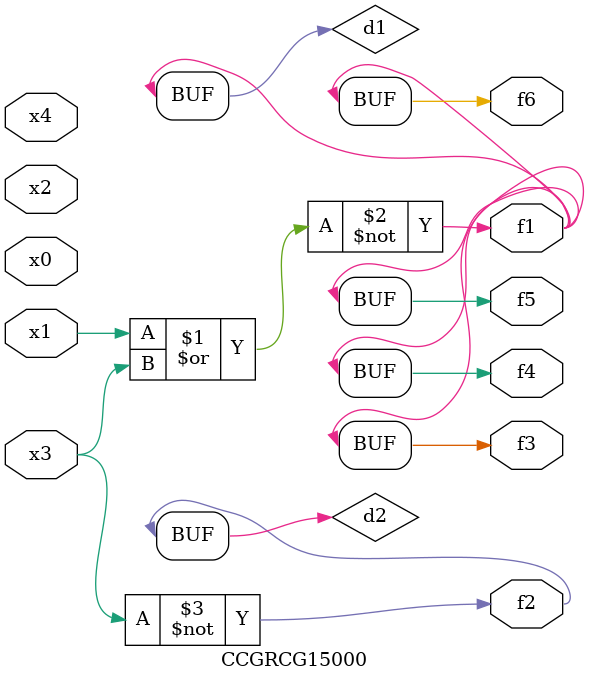
<source format=v>
module CCGRCG15000(
	input x0, x1, x2, x3, x4,
	output f1, f2, f3, f4, f5, f6
);

	wire d1, d2;

	nor (d1, x1, x3);
	not (d2, x3);
	assign f1 = d1;
	assign f2 = d2;
	assign f3 = d1;
	assign f4 = d1;
	assign f5 = d1;
	assign f6 = d1;
endmodule

</source>
